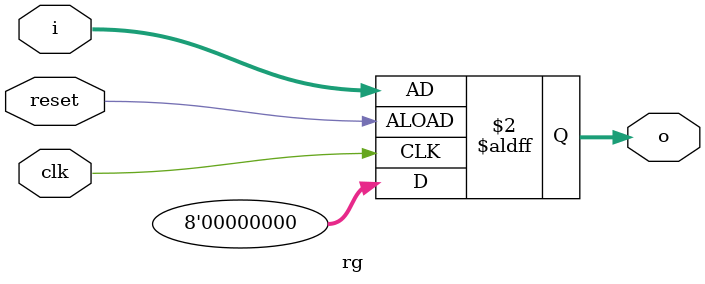
<source format=v>
module rg 
#(
    parameter N=8
)
(
    clk, i, o, reset
);
input wire reset;
input wire [N-1:0] i;
input  wire clk; 
output reg [N-1:0] o;
always @(posedge clk or negedge reset) begin
    if(reset) begin
        o <= 0;
    end
    else begin
        o <= i;
    end
end
endmodule
</source>
